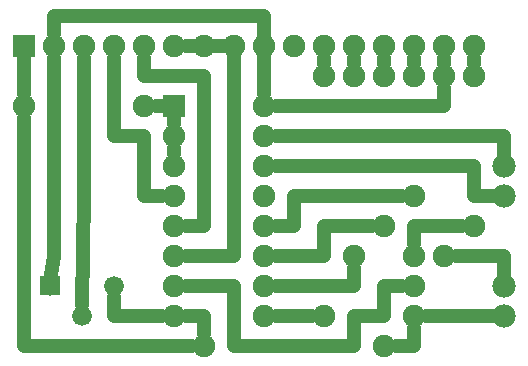
<source format=gbl>
G04 MADE WITH FRITZING*
G04 WWW.FRITZING.ORG*
G04 DOUBLE SIDED*
G04 HOLES PLATED*
G04 CONTOUR ON CENTER OF CONTOUR VECTOR*
%ASAXBY*%
%FSLAX23Y23*%
%MOIN*%
%OFA0B0*%
%SFA1.0B1.0*%
%ADD10C,0.075000*%
%ADD11C,0.078000*%
%ADD12C,0.066000*%
%ADD13R,0.075000X0.075000*%
%ADD14C,0.048000*%
%ADD15R,0.001000X0.001000*%
%LNCOPPER0*%
G90*
G70*
G54D10*
X126Y899D03*
X526Y899D03*
X1126Y999D03*
X1126Y199D03*
X1226Y399D03*
X1226Y999D03*
X1326Y499D03*
X1326Y999D03*
X1426Y599D03*
X1426Y999D03*
X1626Y499D03*
X1626Y999D03*
X726Y99D03*
X1326Y99D03*
X1526Y999D03*
X1526Y399D03*
X1426Y199D03*
X1426Y299D03*
X1426Y399D03*
G54D11*
X1726Y299D03*
X1726Y199D03*
G54D10*
X626Y899D03*
X926Y899D03*
X626Y799D03*
X926Y799D03*
X626Y699D03*
X926Y699D03*
X626Y599D03*
X926Y599D03*
X626Y499D03*
X926Y499D03*
X626Y399D03*
X926Y399D03*
X626Y299D03*
X926Y299D03*
X626Y199D03*
X926Y199D03*
G54D11*
X1726Y699D03*
X1726Y599D03*
G54D10*
X126Y1099D03*
X226Y1099D03*
X326Y1099D03*
X426Y1099D03*
X526Y1099D03*
X626Y1099D03*
X726Y1099D03*
X826Y1099D03*
X926Y1099D03*
X1026Y1099D03*
X1126Y1099D03*
X1226Y1099D03*
X1326Y1099D03*
X1426Y1099D03*
X1526Y1099D03*
X1626Y1099D03*
G54D12*
X214Y299D03*
X320Y199D03*
X426Y299D03*
X214Y299D03*
X320Y199D03*
X426Y299D03*
G54D13*
X626Y899D03*
X126Y1099D03*
G54D14*
X125Y99D02*
X686Y99D01*
D02*
X126Y859D02*
X125Y99D01*
D02*
X1226Y1039D02*
X1226Y1059D01*
D02*
X1026Y499D02*
X1026Y499D01*
D02*
X1026Y598D02*
X1386Y599D01*
D02*
X1026Y499D02*
X1026Y598D01*
D02*
X966Y499D02*
X1026Y499D01*
D02*
X586Y599D02*
X525Y600D01*
D02*
X525Y600D02*
X525Y800D01*
D02*
X525Y800D02*
X427Y800D01*
D02*
X427Y800D02*
X426Y1059D01*
D02*
X626Y839D02*
X626Y859D01*
D02*
X126Y939D02*
X126Y1059D01*
D02*
X1225Y300D02*
X1226Y359D01*
D02*
X1026Y300D02*
X1225Y300D01*
D02*
X966Y299D02*
X1026Y300D01*
D02*
X1526Y1059D02*
X1526Y1039D01*
D02*
X226Y1139D02*
X226Y1200D01*
D02*
X226Y1200D02*
X926Y1200D01*
D02*
X926Y1200D02*
X926Y939D01*
D02*
X666Y199D02*
X727Y199D01*
D02*
X727Y199D02*
X726Y139D01*
D02*
X586Y899D02*
X566Y899D01*
D02*
X1726Y340D02*
X1726Y399D01*
D02*
X1726Y399D02*
X1566Y399D01*
D02*
X1426Y1059D02*
X1426Y1039D01*
D02*
X966Y899D02*
X1527Y899D01*
D02*
X1527Y899D02*
X1526Y959D01*
D02*
X1126Y1059D02*
X1126Y1039D01*
D02*
X1126Y498D02*
X1286Y499D01*
D02*
X1127Y399D02*
X1126Y498D01*
D02*
X966Y399D02*
X1127Y399D01*
D02*
X1726Y799D02*
X1628Y800D01*
D02*
X1726Y799D02*
X1726Y740D01*
D02*
X1628Y800D02*
X1726Y799D01*
D02*
X966Y799D02*
X1726Y799D01*
D02*
X666Y399D02*
X827Y400D01*
D02*
X827Y400D02*
X827Y1099D01*
D02*
X827Y1099D02*
X725Y1099D01*
D02*
X725Y1099D02*
X666Y1099D01*
D02*
X626Y759D02*
X626Y739D01*
D02*
X1626Y1059D02*
X1626Y1039D01*
D02*
X218Y335D02*
X226Y399D01*
D02*
X226Y399D02*
X226Y1059D01*
D02*
X426Y262D02*
X427Y199D01*
D02*
X427Y199D02*
X586Y199D01*
D02*
X966Y699D02*
X1627Y698D01*
D02*
X1627Y698D02*
X1626Y600D01*
D02*
X1626Y600D02*
X1685Y599D01*
D02*
X1426Y99D02*
X1366Y99D01*
D02*
X1426Y159D02*
X1426Y99D01*
D02*
X666Y499D02*
X725Y498D01*
D02*
X725Y498D02*
X725Y1000D01*
D02*
X725Y1000D02*
X525Y1000D01*
D02*
X525Y1000D02*
X526Y1059D01*
D02*
X326Y1059D02*
X326Y599D01*
D02*
X326Y599D02*
X321Y236D01*
D02*
X1685Y199D02*
X1626Y200D01*
D02*
X1626Y200D02*
X1466Y199D01*
D02*
X1426Y439D02*
X1426Y498D01*
D02*
X1426Y498D02*
X1586Y499D01*
D02*
X966Y199D02*
X1086Y199D01*
D02*
X1326Y1039D02*
X1326Y1059D01*
D02*
X1326Y198D02*
X1326Y298D01*
D02*
X1326Y298D02*
X1386Y299D01*
D02*
X1225Y199D02*
X1326Y198D01*
D02*
X1225Y99D02*
X1225Y199D01*
D02*
X825Y99D02*
X1225Y99D01*
D02*
X825Y300D02*
X825Y99D01*
D02*
X666Y299D02*
X825Y300D01*
G54D15*
X181Y333D02*
X246Y333D01*
X181Y332D02*
X246Y332D01*
X181Y331D02*
X246Y331D01*
X181Y330D02*
X246Y330D01*
X181Y329D02*
X246Y329D01*
X181Y328D02*
X246Y328D01*
X181Y327D02*
X246Y327D01*
X181Y326D02*
X246Y326D01*
X181Y325D02*
X246Y325D01*
X181Y324D02*
X246Y324D01*
X181Y323D02*
X246Y323D01*
X181Y322D02*
X246Y322D01*
X181Y321D02*
X246Y321D01*
X181Y320D02*
X246Y320D01*
X181Y319D02*
X246Y319D01*
X181Y318D02*
X246Y318D01*
X181Y317D02*
X246Y317D01*
X181Y316D02*
X246Y316D01*
X181Y315D02*
X246Y315D01*
X181Y314D02*
X208Y314D01*
X219Y314D02*
X246Y314D01*
X181Y313D02*
X206Y313D01*
X221Y313D02*
X246Y313D01*
X181Y312D02*
X205Y312D01*
X223Y312D02*
X246Y312D01*
X181Y311D02*
X203Y311D01*
X224Y311D02*
X246Y311D01*
X181Y310D02*
X202Y310D01*
X225Y310D02*
X246Y310D01*
X181Y309D02*
X202Y309D01*
X226Y309D02*
X246Y309D01*
X181Y308D02*
X201Y308D01*
X226Y308D02*
X246Y308D01*
X181Y307D02*
X200Y307D01*
X227Y307D02*
X246Y307D01*
X181Y306D02*
X200Y306D01*
X227Y306D02*
X246Y306D01*
X181Y305D02*
X199Y305D01*
X228Y305D02*
X246Y305D01*
X181Y304D02*
X199Y304D01*
X228Y304D02*
X246Y304D01*
X181Y303D02*
X199Y303D01*
X228Y303D02*
X246Y303D01*
X181Y302D02*
X199Y302D01*
X228Y302D02*
X246Y302D01*
X181Y301D02*
X199Y301D01*
X229Y301D02*
X246Y301D01*
X181Y300D02*
X199Y300D01*
X229Y300D02*
X246Y300D01*
X181Y299D02*
X199Y299D01*
X228Y299D02*
X246Y299D01*
X181Y298D02*
X199Y298D01*
X228Y298D02*
X246Y298D01*
X181Y297D02*
X199Y297D01*
X228Y297D02*
X246Y297D01*
X181Y296D02*
X199Y296D01*
X228Y296D02*
X246Y296D01*
X181Y295D02*
X200Y295D01*
X228Y295D02*
X246Y295D01*
X181Y294D02*
X200Y294D01*
X227Y294D02*
X246Y294D01*
X181Y293D02*
X201Y293D01*
X227Y293D02*
X246Y293D01*
X181Y292D02*
X201Y292D01*
X226Y292D02*
X246Y292D01*
X181Y291D02*
X202Y291D01*
X225Y291D02*
X246Y291D01*
X181Y290D02*
X203Y290D01*
X224Y290D02*
X246Y290D01*
X181Y289D02*
X204Y289D01*
X223Y289D02*
X246Y289D01*
X181Y288D02*
X206Y288D01*
X222Y288D02*
X246Y288D01*
X181Y287D02*
X207Y287D01*
X220Y287D02*
X246Y287D01*
X181Y286D02*
X211Y286D01*
X216Y286D02*
X246Y286D01*
X181Y285D02*
X246Y285D01*
X181Y284D02*
X246Y284D01*
X181Y283D02*
X246Y283D01*
X181Y282D02*
X246Y282D01*
X181Y281D02*
X246Y281D01*
X181Y280D02*
X246Y280D01*
X181Y279D02*
X246Y279D01*
X181Y278D02*
X246Y278D01*
X181Y277D02*
X246Y277D01*
X181Y276D02*
X246Y276D01*
X181Y275D02*
X246Y275D01*
X181Y274D02*
X246Y274D01*
X181Y273D02*
X246Y273D01*
X181Y272D02*
X246Y272D01*
X181Y271D02*
X246Y271D01*
X181Y270D02*
X246Y270D01*
X181Y269D02*
X246Y269D01*
X181Y268D02*
X246Y268D01*
D02*
G04 End of Copper0*
M02*
</source>
